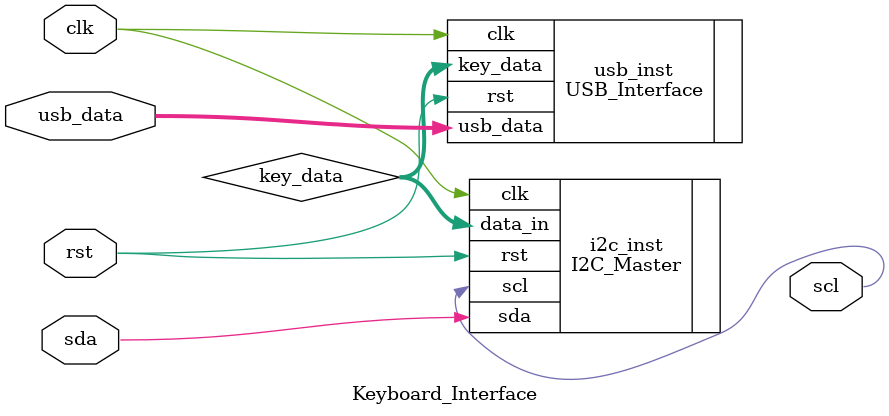
<source format=v>
module Keyboard_Interface (
  input wire clk,
  input wire rst,
  input wire [7:0] usb_data,  // From USB Host Controller
  output wire scl,            // I2C Clock Line
  inout wire sda              // I2C Data Line
);

  wire [7:0] key_data;

  // Instantiate USB Interface
  USB_Interface usb_inst (
      .clk(clk),
      .rst(rst),
      .usb_data(usb_data),
      .key_data(key_data)
  );

  // Instantiate I2C Master
  I2C_Master i2c_inst (
      .clk(clk),
      .rst(rst),
      .data_in(key_data),  // Send decoded key data over I2C
      .scl(scl),
      .sda(sda)
  );

endmodule

</source>
